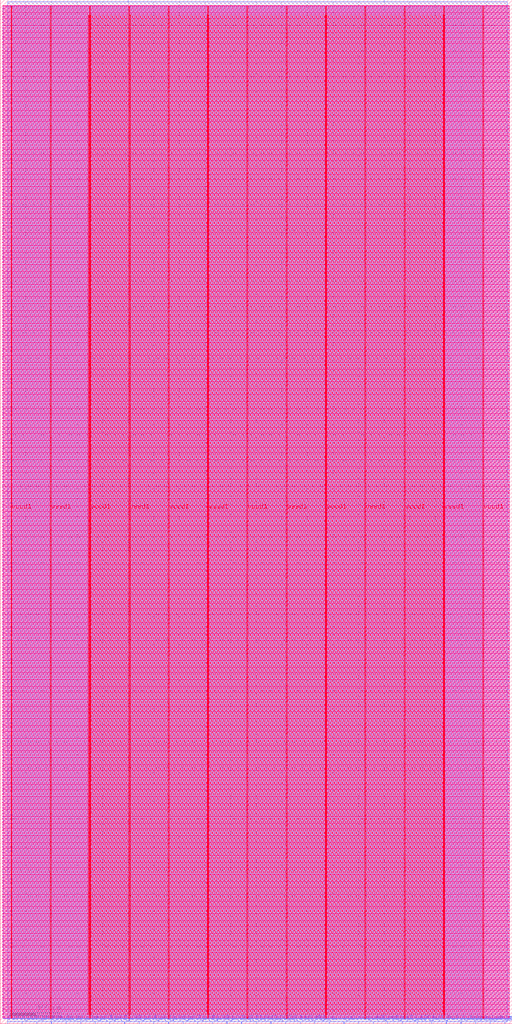
<source format=lef>
VERSION 5.7 ;
  NOWIREEXTENSIONATPIN ON ;
  DIVIDERCHAR "/" ;
  BUSBITCHARS "[]" ;
MACRO audiodac
  CLASS BLOCK ;
  FOREIGN audiodac ;
  ORIGIN 0.000 0.000 ;
  SIZE 1000.000 BY 2000.000 ;
  PIN clk_i
    DIRECTION INPUT ;
    USE SIGNAL ;
    PORT
      LAYER met2 ;
        RECT 614.190 0.000 614.470 4.000 ;
    END
  END clk_i
  PIN ds_n_o
    DIRECTION OUTPUT TRISTATE ;
    USE SIGNAL ;
    PORT
      LAYER met2 ;
        RECT 749.890 1996.000 750.170 2000.000 ;
    END
  END ds_n_o
  PIN ds_o
    DIRECTION OUTPUT TRISTATE ;
    USE SIGNAL ;
    PORT
      LAYER met2 ;
        RECT 249.870 1996.000 250.150 2000.000 ;
    END
  END ds_o
  PIN fifo_ack_o
    DIRECTION OUTPUT TRISTATE ;
    USE SIGNAL ;
    PORT
      LAYER met2 ;
        RECT 14.350 0.000 14.630 4.000 ;
    END
  END fifo_ack_o
  PIN fifo_empty_o
    DIRECTION OUTPUT TRISTATE ;
    USE SIGNAL ;
    PORT
      LAYER met2 ;
        RECT 42.870 0.000 43.150 4.000 ;
    END
  END fifo_empty_o
  PIN fifo_full_o
    DIRECTION OUTPUT TRISTATE ;
    USE SIGNAL ;
    PORT
      LAYER met2 ;
        RECT 71.390 0.000 71.670 4.000 ;
    END
  END fifo_full_o
  PIN fifo_i[0]
    DIRECTION INPUT ;
    USE SIGNAL ;
    PORT
      LAYER met2 ;
        RECT 128.430 0.000 128.710 4.000 ;
    END
  END fifo_i[0]
  PIN fifo_i[10]
    DIRECTION INPUT ;
    USE SIGNAL ;
    PORT
      LAYER met2 ;
        RECT 414.090 0.000 414.370 4.000 ;
    END
  END fifo_i[10]
  PIN fifo_i[11]
    DIRECTION INPUT ;
    USE SIGNAL ;
    PORT
      LAYER met2 ;
        RECT 442.610 0.000 442.890 4.000 ;
    END
  END fifo_i[11]
  PIN fifo_i[12]
    DIRECTION INPUT ;
    USE SIGNAL ;
    PORT
      LAYER met2 ;
        RECT 471.130 0.000 471.410 4.000 ;
    END
  END fifo_i[12]
  PIN fifo_i[13]
    DIRECTION INPUT ;
    USE SIGNAL ;
    PORT
      LAYER met2 ;
        RECT 499.650 0.000 499.930 4.000 ;
    END
  END fifo_i[13]
  PIN fifo_i[14]
    DIRECTION INPUT ;
    USE SIGNAL ;
    PORT
      LAYER met2 ;
        RECT 528.630 0.000 528.910 4.000 ;
    END
  END fifo_i[14]
  PIN fifo_i[15]
    DIRECTION INPUT ;
    USE SIGNAL ;
    PORT
      LAYER met2 ;
        RECT 557.150 0.000 557.430 4.000 ;
    END
  END fifo_i[15]
  PIN fifo_i[1]
    DIRECTION INPUT ;
    USE SIGNAL ;
    PORT
      LAYER met2 ;
        RECT 156.950 0.000 157.230 4.000 ;
    END
  END fifo_i[1]
  PIN fifo_i[2]
    DIRECTION INPUT ;
    USE SIGNAL ;
    PORT
      LAYER met2 ;
        RECT 185.470 0.000 185.750 4.000 ;
    END
  END fifo_i[2]
  PIN fifo_i[3]
    DIRECTION INPUT ;
    USE SIGNAL ;
    PORT
      LAYER met2 ;
        RECT 213.990 0.000 214.270 4.000 ;
    END
  END fifo_i[3]
  PIN fifo_i[4]
    DIRECTION INPUT ;
    USE SIGNAL ;
    PORT
      LAYER met2 ;
        RECT 242.510 0.000 242.790 4.000 ;
    END
  END fifo_i[4]
  PIN fifo_i[5]
    DIRECTION INPUT ;
    USE SIGNAL ;
    PORT
      LAYER met2 ;
        RECT 271.490 0.000 271.770 4.000 ;
    END
  END fifo_i[5]
  PIN fifo_i[6]
    DIRECTION INPUT ;
    USE SIGNAL ;
    PORT
      LAYER met2 ;
        RECT 300.010 0.000 300.290 4.000 ;
    END
  END fifo_i[6]
  PIN fifo_i[7]
    DIRECTION INPUT ;
    USE SIGNAL ;
    PORT
      LAYER met2 ;
        RECT 328.530 0.000 328.810 4.000 ;
    END
  END fifo_i[7]
  PIN fifo_i[8]
    DIRECTION INPUT ;
    USE SIGNAL ;
    PORT
      LAYER met2 ;
        RECT 357.050 0.000 357.330 4.000 ;
    END
  END fifo_i[8]
  PIN fifo_i[9]
    DIRECTION INPUT ;
    USE SIGNAL ;
    PORT
      LAYER met2 ;
        RECT 385.570 0.000 385.850 4.000 ;
    END
  END fifo_i[9]
  PIN fifo_rdy_i
    DIRECTION INPUT ;
    USE SIGNAL ;
    PORT
      LAYER met2 ;
        RECT 99.910 0.000 100.190 4.000 ;
    END
  END fifo_rdy_i
  PIN mode_i
    DIRECTION INPUT ;
    USE SIGNAL ;
    PORT
      LAYER met2 ;
        RECT 642.710 0.000 642.990 4.000 ;
    END
  END mode_i
  PIN osr_i[0]
    DIRECTION INPUT ;
    USE SIGNAL ;
    PORT
      LAYER met2 ;
        RECT 785.770 0.000 786.050 4.000 ;
    END
  END osr_i[0]
  PIN osr_i[1]
    DIRECTION INPUT ;
    USE SIGNAL ;
    PORT
      LAYER met2 ;
        RECT 814.290 0.000 814.570 4.000 ;
    END
  END osr_i[1]
  PIN rst_n_i
    DIRECTION INPUT ;
    USE SIGNAL ;
    PORT
      LAYER met2 ;
        RECT 585.670 0.000 585.950 4.000 ;
    END
  END rst_n_i
  PIN tst_fifo_loop_i
    DIRECTION INPUT ;
    USE SIGNAL ;
    PORT
      LAYER met2 ;
        RECT 842.810 0.000 843.090 4.000 ;
    END
  END tst_fifo_loop_i
  PIN tst_sinegen_en_i
    DIRECTION INPUT ;
    USE SIGNAL ;
    PORT
      LAYER met2 ;
        RECT 871.330 0.000 871.610 4.000 ;
    END
  END tst_sinegen_en_i
  PIN tst_sinegen_step_i[0]
    DIRECTION INPUT ;
    USE SIGNAL ;
    PORT
      LAYER met2 ;
        RECT 899.850 0.000 900.130 4.000 ;
    END
  END tst_sinegen_step_i[0]
  PIN tst_sinegen_step_i[1]
    DIRECTION INPUT ;
    USE SIGNAL ;
    PORT
      LAYER met2 ;
        RECT 928.370 0.000 928.650 4.000 ;
    END
  END tst_sinegen_step_i[1]
  PIN tst_sinegen_step_i[2]
    DIRECTION INPUT ;
    USE SIGNAL ;
    PORT
      LAYER met2 ;
        RECT 956.890 0.000 957.170 4.000 ;
    END
  END tst_sinegen_step_i[2]
  PIN tst_sinegen_step_i[3]
    DIRECTION INPUT ;
    USE SIGNAL ;
    PORT
      LAYER met2 ;
        RECT 985.410 0.000 985.690 4.000 ;
    END
  END tst_sinegen_step_i[3]
  PIN vccd1
    DIRECTION INPUT ;
    USE POWER ;
    PORT
      LAYER met4 ;
        RECT 21.040 10.640 22.640 1988.560 ;
    END
    PORT
      LAYER met4 ;
        RECT 174.640 10.640 176.240 1988.560 ;
    END
    PORT
      LAYER met4 ;
        RECT 328.240 10.640 329.840 1988.560 ;
    END
    PORT
      LAYER met4 ;
        RECT 481.840 10.640 483.440 1988.560 ;
    END
    PORT
      LAYER met4 ;
        RECT 635.440 10.640 637.040 1988.560 ;
    END
    PORT
      LAYER met4 ;
        RECT 789.040 10.640 790.640 1988.560 ;
    END
    PORT
      LAYER met4 ;
        RECT 942.640 10.640 944.240 1988.560 ;
    END
  END vccd1
  PIN volume_i[0]
    DIRECTION INPUT ;
    USE SIGNAL ;
    PORT
      LAYER met2 ;
        RECT 671.230 0.000 671.510 4.000 ;
    END
  END volume_i[0]
  PIN volume_i[1]
    DIRECTION INPUT ;
    USE SIGNAL ;
    PORT
      LAYER met2 ;
        RECT 699.750 0.000 700.030 4.000 ;
    END
  END volume_i[1]
  PIN volume_i[2]
    DIRECTION INPUT ;
    USE SIGNAL ;
    PORT
      LAYER met2 ;
        RECT 728.270 0.000 728.550 4.000 ;
    END
  END volume_i[2]
  PIN volume_i[3]
    DIRECTION INPUT ;
    USE SIGNAL ;
    PORT
      LAYER met2 ;
        RECT 756.790 0.000 757.070 4.000 ;
    END
  END volume_i[3]
  PIN vssd1
    DIRECTION INPUT ;
    USE GROUND ;
    PORT
      LAYER met4 ;
        RECT 97.840 10.640 99.440 1988.560 ;
    END
    PORT
      LAYER met4 ;
        RECT 251.440 10.640 253.040 1988.560 ;
    END
    PORT
      LAYER met4 ;
        RECT 405.040 10.640 406.640 1988.560 ;
    END
    PORT
      LAYER met4 ;
        RECT 558.640 10.640 560.240 1988.560 ;
    END
    PORT
      LAYER met4 ;
        RECT 712.240 10.640 713.840 1988.560 ;
    END
    PORT
      LAYER met4 ;
        RECT 865.840 10.640 867.440 1988.560 ;
    END
  END vssd1
  OBS
      LAYER nwell ;
        RECT 5.330 1986.905 994.250 1988.510 ;
        RECT 5.330 1981.465 994.250 1984.295 ;
        RECT 5.330 1976.025 994.250 1978.855 ;
        RECT 5.330 1970.585 994.250 1973.415 ;
        RECT 5.330 1965.145 994.250 1967.975 ;
        RECT 5.330 1959.705 994.250 1962.535 ;
        RECT 5.330 1954.265 994.250 1957.095 ;
        RECT 5.330 1948.825 994.250 1951.655 ;
        RECT 5.330 1943.385 994.250 1946.215 ;
        RECT 5.330 1937.945 994.250 1940.775 ;
        RECT 5.330 1932.505 994.250 1935.335 ;
        RECT 5.330 1927.065 994.250 1929.895 ;
        RECT 5.330 1921.625 994.250 1924.455 ;
        RECT 5.330 1916.185 994.250 1919.015 ;
        RECT 5.330 1910.745 994.250 1913.575 ;
        RECT 5.330 1905.305 994.250 1908.135 ;
        RECT 5.330 1899.865 994.250 1902.695 ;
        RECT 5.330 1894.425 994.250 1897.255 ;
        RECT 5.330 1888.985 994.250 1891.815 ;
        RECT 5.330 1883.545 994.250 1886.375 ;
        RECT 5.330 1878.105 994.250 1880.935 ;
        RECT 5.330 1872.665 994.250 1875.495 ;
        RECT 5.330 1867.225 994.250 1870.055 ;
        RECT 5.330 1861.785 994.250 1864.615 ;
        RECT 5.330 1856.345 994.250 1859.175 ;
        RECT 5.330 1850.905 994.250 1853.735 ;
        RECT 5.330 1845.465 994.250 1848.295 ;
        RECT 5.330 1840.025 994.250 1842.855 ;
        RECT 5.330 1834.585 994.250 1837.415 ;
        RECT 5.330 1829.145 994.250 1831.975 ;
        RECT 5.330 1823.705 994.250 1826.535 ;
        RECT 5.330 1818.265 994.250 1821.095 ;
        RECT 5.330 1812.825 994.250 1815.655 ;
        RECT 5.330 1807.385 994.250 1810.215 ;
        RECT 5.330 1801.945 994.250 1804.775 ;
        RECT 5.330 1796.505 994.250 1799.335 ;
        RECT 5.330 1791.065 994.250 1793.895 ;
        RECT 5.330 1785.625 994.250 1788.455 ;
        RECT 5.330 1780.185 994.250 1783.015 ;
        RECT 5.330 1774.745 994.250 1777.575 ;
        RECT 5.330 1769.305 994.250 1772.135 ;
        RECT 5.330 1763.865 994.250 1766.695 ;
        RECT 5.330 1758.425 994.250 1761.255 ;
        RECT 5.330 1752.985 994.250 1755.815 ;
        RECT 5.330 1747.545 994.250 1750.375 ;
        RECT 5.330 1742.105 994.250 1744.935 ;
        RECT 5.330 1736.665 994.250 1739.495 ;
        RECT 5.330 1731.225 994.250 1734.055 ;
        RECT 5.330 1725.785 994.250 1728.615 ;
        RECT 5.330 1720.345 994.250 1723.175 ;
        RECT 5.330 1714.905 994.250 1717.735 ;
        RECT 5.330 1709.465 994.250 1712.295 ;
        RECT 5.330 1704.025 994.250 1706.855 ;
        RECT 5.330 1698.585 994.250 1701.415 ;
        RECT 5.330 1693.145 994.250 1695.975 ;
        RECT 5.330 1687.705 994.250 1690.535 ;
        RECT 5.330 1682.265 994.250 1685.095 ;
        RECT 5.330 1676.825 994.250 1679.655 ;
        RECT 5.330 1671.385 994.250 1674.215 ;
        RECT 5.330 1665.945 994.250 1668.775 ;
        RECT 5.330 1660.505 994.250 1663.335 ;
        RECT 5.330 1655.065 994.250 1657.895 ;
        RECT 5.330 1649.625 994.250 1652.455 ;
        RECT 5.330 1644.185 994.250 1647.015 ;
        RECT 5.330 1638.745 994.250 1641.575 ;
        RECT 5.330 1633.305 994.250 1636.135 ;
        RECT 5.330 1627.865 994.250 1630.695 ;
        RECT 5.330 1622.425 994.250 1625.255 ;
        RECT 5.330 1616.985 994.250 1619.815 ;
        RECT 5.330 1611.545 994.250 1614.375 ;
        RECT 5.330 1606.105 994.250 1608.935 ;
        RECT 5.330 1600.665 994.250 1603.495 ;
        RECT 5.330 1595.225 994.250 1598.055 ;
        RECT 5.330 1589.785 994.250 1592.615 ;
        RECT 5.330 1584.345 994.250 1587.175 ;
        RECT 5.330 1578.905 994.250 1581.735 ;
        RECT 5.330 1573.465 994.250 1576.295 ;
        RECT 5.330 1568.025 994.250 1570.855 ;
        RECT 5.330 1562.585 994.250 1565.415 ;
        RECT 5.330 1557.145 994.250 1559.975 ;
        RECT 5.330 1551.705 994.250 1554.535 ;
        RECT 5.330 1546.265 994.250 1549.095 ;
        RECT 5.330 1540.825 994.250 1543.655 ;
        RECT 5.330 1535.385 994.250 1538.215 ;
        RECT 5.330 1529.945 994.250 1532.775 ;
        RECT 5.330 1524.505 994.250 1527.335 ;
        RECT 5.330 1519.065 994.250 1521.895 ;
        RECT 5.330 1513.625 994.250 1516.455 ;
        RECT 5.330 1508.185 994.250 1511.015 ;
        RECT 5.330 1502.745 994.250 1505.575 ;
        RECT 5.330 1497.305 994.250 1500.135 ;
        RECT 5.330 1491.865 994.250 1494.695 ;
        RECT 5.330 1486.425 994.250 1489.255 ;
        RECT 5.330 1480.985 994.250 1483.815 ;
        RECT 5.330 1475.545 994.250 1478.375 ;
        RECT 5.330 1470.105 994.250 1472.935 ;
        RECT 5.330 1464.665 994.250 1467.495 ;
        RECT 5.330 1459.225 994.250 1462.055 ;
        RECT 5.330 1453.785 994.250 1456.615 ;
        RECT 5.330 1448.345 994.250 1451.175 ;
        RECT 5.330 1442.905 994.250 1445.735 ;
        RECT 5.330 1437.465 994.250 1440.295 ;
        RECT 5.330 1432.025 994.250 1434.855 ;
        RECT 5.330 1426.585 994.250 1429.415 ;
        RECT 5.330 1421.145 994.250 1423.975 ;
        RECT 5.330 1415.705 994.250 1418.535 ;
        RECT 5.330 1410.265 994.250 1413.095 ;
        RECT 5.330 1404.825 994.250 1407.655 ;
        RECT 5.330 1399.385 994.250 1402.215 ;
        RECT 5.330 1393.945 994.250 1396.775 ;
        RECT 5.330 1388.505 994.250 1391.335 ;
        RECT 5.330 1383.065 994.250 1385.895 ;
        RECT 5.330 1377.625 994.250 1380.455 ;
        RECT 5.330 1372.185 994.250 1375.015 ;
        RECT 5.330 1366.745 994.250 1369.575 ;
        RECT 5.330 1361.305 994.250 1364.135 ;
        RECT 5.330 1355.865 994.250 1358.695 ;
        RECT 5.330 1350.425 994.250 1353.255 ;
        RECT 5.330 1344.985 994.250 1347.815 ;
        RECT 5.330 1339.545 994.250 1342.375 ;
        RECT 5.330 1334.105 994.250 1336.935 ;
        RECT 5.330 1328.665 994.250 1331.495 ;
        RECT 5.330 1323.225 994.250 1326.055 ;
        RECT 5.330 1317.785 994.250 1320.615 ;
        RECT 5.330 1312.345 994.250 1315.175 ;
        RECT 5.330 1306.905 994.250 1309.735 ;
        RECT 5.330 1301.465 994.250 1304.295 ;
        RECT 5.330 1296.025 994.250 1298.855 ;
        RECT 5.330 1290.585 994.250 1293.415 ;
        RECT 5.330 1285.145 994.250 1287.975 ;
        RECT 5.330 1279.705 994.250 1282.535 ;
        RECT 5.330 1274.265 994.250 1277.095 ;
        RECT 5.330 1268.825 994.250 1271.655 ;
        RECT 5.330 1263.385 994.250 1266.215 ;
        RECT 5.330 1257.945 994.250 1260.775 ;
        RECT 5.330 1252.505 994.250 1255.335 ;
        RECT 5.330 1247.065 994.250 1249.895 ;
        RECT 5.330 1241.625 994.250 1244.455 ;
        RECT 5.330 1236.185 994.250 1239.015 ;
        RECT 5.330 1230.745 994.250 1233.575 ;
        RECT 5.330 1225.305 994.250 1228.135 ;
        RECT 5.330 1219.865 994.250 1222.695 ;
        RECT 5.330 1214.425 994.250 1217.255 ;
        RECT 5.330 1208.985 994.250 1211.815 ;
        RECT 5.330 1203.545 994.250 1206.375 ;
        RECT 5.330 1198.105 994.250 1200.935 ;
        RECT 5.330 1192.665 994.250 1195.495 ;
        RECT 5.330 1187.225 994.250 1190.055 ;
        RECT 5.330 1181.785 994.250 1184.615 ;
        RECT 5.330 1176.345 994.250 1179.175 ;
        RECT 5.330 1170.905 994.250 1173.735 ;
        RECT 5.330 1165.465 994.250 1168.295 ;
        RECT 5.330 1160.025 994.250 1162.855 ;
        RECT 5.330 1154.585 994.250 1157.415 ;
        RECT 5.330 1149.145 994.250 1151.975 ;
        RECT 5.330 1143.705 994.250 1146.535 ;
        RECT 5.330 1138.265 994.250 1141.095 ;
        RECT 5.330 1132.825 994.250 1135.655 ;
        RECT 5.330 1127.385 994.250 1130.215 ;
        RECT 5.330 1121.945 994.250 1124.775 ;
        RECT 5.330 1116.505 994.250 1119.335 ;
        RECT 5.330 1111.065 994.250 1113.895 ;
        RECT 5.330 1105.625 994.250 1108.455 ;
        RECT 5.330 1100.185 994.250 1103.015 ;
        RECT 5.330 1094.745 994.250 1097.575 ;
        RECT 5.330 1089.305 994.250 1092.135 ;
        RECT 5.330 1083.865 994.250 1086.695 ;
        RECT 5.330 1078.425 994.250 1081.255 ;
        RECT 5.330 1072.985 994.250 1075.815 ;
        RECT 5.330 1067.545 994.250 1070.375 ;
        RECT 5.330 1062.105 994.250 1064.935 ;
        RECT 5.330 1056.665 994.250 1059.495 ;
        RECT 5.330 1051.225 994.250 1054.055 ;
        RECT 5.330 1045.785 994.250 1048.615 ;
        RECT 5.330 1040.345 994.250 1043.175 ;
        RECT 5.330 1034.905 994.250 1037.735 ;
        RECT 5.330 1029.465 994.250 1032.295 ;
        RECT 5.330 1024.025 994.250 1026.855 ;
        RECT 5.330 1018.585 994.250 1021.415 ;
        RECT 5.330 1013.145 994.250 1015.975 ;
        RECT 5.330 1007.705 994.250 1010.535 ;
        RECT 5.330 1002.265 994.250 1005.095 ;
        RECT 5.330 996.825 994.250 999.655 ;
        RECT 5.330 991.385 994.250 994.215 ;
        RECT 5.330 985.945 994.250 988.775 ;
        RECT 5.330 980.505 994.250 983.335 ;
        RECT 5.330 975.065 994.250 977.895 ;
        RECT 5.330 969.625 994.250 972.455 ;
        RECT 5.330 964.185 994.250 967.015 ;
        RECT 5.330 958.745 994.250 961.575 ;
        RECT 5.330 953.305 994.250 956.135 ;
        RECT 5.330 947.865 994.250 950.695 ;
        RECT 5.330 942.425 994.250 945.255 ;
        RECT 5.330 936.985 994.250 939.815 ;
        RECT 5.330 931.545 994.250 934.375 ;
        RECT 5.330 926.105 994.250 928.935 ;
        RECT 5.330 920.665 994.250 923.495 ;
        RECT 5.330 915.225 994.250 918.055 ;
        RECT 5.330 909.785 994.250 912.615 ;
        RECT 5.330 904.345 994.250 907.175 ;
        RECT 5.330 898.905 994.250 901.735 ;
        RECT 5.330 893.465 994.250 896.295 ;
        RECT 5.330 888.025 994.250 890.855 ;
        RECT 5.330 882.585 994.250 885.415 ;
        RECT 5.330 877.145 994.250 879.975 ;
        RECT 5.330 871.705 994.250 874.535 ;
        RECT 5.330 866.265 994.250 869.095 ;
        RECT 5.330 860.825 994.250 863.655 ;
        RECT 5.330 855.385 994.250 858.215 ;
        RECT 5.330 849.945 994.250 852.775 ;
        RECT 5.330 844.505 994.250 847.335 ;
        RECT 5.330 839.065 994.250 841.895 ;
        RECT 5.330 833.625 994.250 836.455 ;
        RECT 5.330 828.185 994.250 831.015 ;
        RECT 5.330 822.745 994.250 825.575 ;
        RECT 5.330 817.305 994.250 820.135 ;
        RECT 5.330 811.865 994.250 814.695 ;
        RECT 5.330 806.425 994.250 809.255 ;
        RECT 5.330 800.985 994.250 803.815 ;
        RECT 5.330 795.545 994.250 798.375 ;
        RECT 5.330 790.105 994.250 792.935 ;
        RECT 5.330 784.665 994.250 787.495 ;
        RECT 5.330 779.225 994.250 782.055 ;
        RECT 5.330 773.785 994.250 776.615 ;
        RECT 5.330 768.345 994.250 771.175 ;
        RECT 5.330 762.905 994.250 765.735 ;
        RECT 5.330 757.465 994.250 760.295 ;
        RECT 5.330 752.025 994.250 754.855 ;
        RECT 5.330 746.585 994.250 749.415 ;
        RECT 5.330 741.145 994.250 743.975 ;
        RECT 5.330 735.705 994.250 738.535 ;
        RECT 5.330 730.265 994.250 733.095 ;
        RECT 5.330 724.825 994.250 727.655 ;
        RECT 5.330 719.385 994.250 722.215 ;
        RECT 5.330 713.945 994.250 716.775 ;
        RECT 5.330 708.505 994.250 711.335 ;
        RECT 5.330 703.065 994.250 705.895 ;
        RECT 5.330 697.625 994.250 700.455 ;
        RECT 5.330 692.185 994.250 695.015 ;
        RECT 5.330 686.745 994.250 689.575 ;
        RECT 5.330 681.305 994.250 684.135 ;
        RECT 5.330 675.865 994.250 678.695 ;
        RECT 5.330 670.425 994.250 673.255 ;
        RECT 5.330 664.985 994.250 667.815 ;
        RECT 5.330 659.545 994.250 662.375 ;
        RECT 5.330 654.105 994.250 656.935 ;
        RECT 5.330 648.665 994.250 651.495 ;
        RECT 5.330 643.225 994.250 646.055 ;
        RECT 5.330 637.785 994.250 640.615 ;
        RECT 5.330 632.345 994.250 635.175 ;
        RECT 5.330 626.905 994.250 629.735 ;
        RECT 5.330 621.465 994.250 624.295 ;
        RECT 5.330 616.025 994.250 618.855 ;
        RECT 5.330 610.585 994.250 613.415 ;
        RECT 5.330 605.145 994.250 607.975 ;
        RECT 5.330 599.705 994.250 602.535 ;
        RECT 5.330 594.265 994.250 597.095 ;
        RECT 5.330 588.825 994.250 591.655 ;
        RECT 5.330 583.385 994.250 586.215 ;
        RECT 5.330 577.945 994.250 580.775 ;
        RECT 5.330 572.505 994.250 575.335 ;
        RECT 5.330 567.065 994.250 569.895 ;
        RECT 5.330 561.625 994.250 564.455 ;
        RECT 5.330 556.185 994.250 559.015 ;
        RECT 5.330 550.745 994.250 553.575 ;
        RECT 5.330 545.305 994.250 548.135 ;
        RECT 5.330 539.865 994.250 542.695 ;
        RECT 5.330 534.425 994.250 537.255 ;
        RECT 5.330 528.985 994.250 531.815 ;
        RECT 5.330 523.545 994.250 526.375 ;
        RECT 5.330 518.105 994.250 520.935 ;
        RECT 5.330 512.665 994.250 515.495 ;
        RECT 5.330 507.225 994.250 510.055 ;
        RECT 5.330 501.785 994.250 504.615 ;
        RECT 5.330 496.345 994.250 499.175 ;
        RECT 5.330 490.905 994.250 493.735 ;
        RECT 5.330 485.465 994.250 488.295 ;
        RECT 5.330 480.025 994.250 482.855 ;
        RECT 5.330 474.585 994.250 477.415 ;
        RECT 5.330 469.145 994.250 471.975 ;
        RECT 5.330 463.705 994.250 466.535 ;
        RECT 5.330 458.265 994.250 461.095 ;
        RECT 5.330 452.825 994.250 455.655 ;
        RECT 5.330 447.385 994.250 450.215 ;
        RECT 5.330 441.945 994.250 444.775 ;
        RECT 5.330 436.505 994.250 439.335 ;
        RECT 5.330 431.065 994.250 433.895 ;
        RECT 5.330 425.625 994.250 428.455 ;
        RECT 5.330 420.185 994.250 423.015 ;
        RECT 5.330 414.745 994.250 417.575 ;
        RECT 5.330 409.305 994.250 412.135 ;
        RECT 5.330 403.865 994.250 406.695 ;
        RECT 5.330 398.425 994.250 401.255 ;
        RECT 5.330 392.985 994.250 395.815 ;
        RECT 5.330 387.545 994.250 390.375 ;
        RECT 5.330 382.105 994.250 384.935 ;
        RECT 5.330 376.665 994.250 379.495 ;
        RECT 5.330 371.225 994.250 374.055 ;
        RECT 5.330 365.785 994.250 368.615 ;
        RECT 5.330 360.345 994.250 363.175 ;
        RECT 5.330 354.905 994.250 357.735 ;
        RECT 5.330 349.465 994.250 352.295 ;
        RECT 5.330 344.025 994.250 346.855 ;
        RECT 5.330 338.585 994.250 341.415 ;
        RECT 5.330 333.145 994.250 335.975 ;
        RECT 5.330 327.705 994.250 330.535 ;
        RECT 5.330 322.265 994.250 325.095 ;
        RECT 5.330 316.825 994.250 319.655 ;
        RECT 5.330 311.385 994.250 314.215 ;
        RECT 5.330 305.945 994.250 308.775 ;
        RECT 5.330 300.505 994.250 303.335 ;
        RECT 5.330 295.065 994.250 297.895 ;
        RECT 5.330 289.625 994.250 292.455 ;
        RECT 5.330 284.185 994.250 287.015 ;
        RECT 5.330 278.745 994.250 281.575 ;
        RECT 5.330 273.305 994.250 276.135 ;
        RECT 5.330 267.865 994.250 270.695 ;
        RECT 5.330 262.425 994.250 265.255 ;
        RECT 5.330 256.985 994.250 259.815 ;
        RECT 5.330 251.545 994.250 254.375 ;
        RECT 5.330 246.105 994.250 248.935 ;
        RECT 5.330 240.665 994.250 243.495 ;
        RECT 5.330 235.225 994.250 238.055 ;
        RECT 5.330 229.785 994.250 232.615 ;
        RECT 5.330 224.345 994.250 227.175 ;
        RECT 5.330 218.905 994.250 221.735 ;
        RECT 5.330 213.465 994.250 216.295 ;
        RECT 5.330 208.025 994.250 210.855 ;
        RECT 5.330 202.585 994.250 205.415 ;
        RECT 5.330 197.145 994.250 199.975 ;
        RECT 5.330 191.705 994.250 194.535 ;
        RECT 5.330 186.265 994.250 189.095 ;
        RECT 5.330 180.825 994.250 183.655 ;
        RECT 5.330 175.385 994.250 178.215 ;
        RECT 5.330 169.945 994.250 172.775 ;
        RECT 5.330 164.505 994.250 167.335 ;
        RECT 5.330 159.065 994.250 161.895 ;
        RECT 5.330 153.625 994.250 156.455 ;
        RECT 5.330 148.185 994.250 151.015 ;
        RECT 5.330 142.745 994.250 145.575 ;
        RECT 5.330 137.305 994.250 140.135 ;
        RECT 5.330 131.865 994.250 134.695 ;
        RECT 5.330 126.425 994.250 129.255 ;
        RECT 5.330 120.985 994.250 123.815 ;
        RECT 5.330 115.545 994.250 118.375 ;
        RECT 5.330 110.105 994.250 112.935 ;
        RECT 5.330 104.665 994.250 107.495 ;
        RECT 5.330 99.225 994.250 102.055 ;
        RECT 5.330 93.785 994.250 96.615 ;
        RECT 5.330 88.345 994.250 91.175 ;
        RECT 5.330 82.905 994.250 85.735 ;
        RECT 5.330 77.465 994.250 80.295 ;
        RECT 5.330 72.025 994.250 74.855 ;
        RECT 5.330 66.585 994.250 69.415 ;
        RECT 5.330 61.145 994.250 63.975 ;
        RECT 5.330 55.705 994.250 58.535 ;
        RECT 5.330 50.265 994.250 53.095 ;
        RECT 5.330 44.825 994.250 47.655 ;
        RECT 5.330 39.385 994.250 42.215 ;
        RECT 5.330 33.945 994.250 36.775 ;
        RECT 5.330 28.505 994.250 31.335 ;
        RECT 5.330 23.065 994.250 25.895 ;
        RECT 5.330 17.625 994.250 20.455 ;
        RECT 5.330 12.185 994.250 15.015 ;
      LAYER li1 ;
        RECT 5.520 10.795 994.060 1988.405 ;
      LAYER met1 ;
        RECT 5.520 10.240 994.060 1988.560 ;
      LAYER met2 ;
        RECT 14.360 1995.720 249.590 1996.000 ;
        RECT 250.430 1995.720 749.610 1996.000 ;
        RECT 750.450 1995.720 989.820 1996.000 ;
        RECT 14.360 4.280 989.820 1995.720 ;
        RECT 14.910 3.670 42.590 4.280 ;
        RECT 43.430 3.670 71.110 4.280 ;
        RECT 71.950 3.670 99.630 4.280 ;
        RECT 100.470 3.670 128.150 4.280 ;
        RECT 128.990 3.670 156.670 4.280 ;
        RECT 157.510 3.670 185.190 4.280 ;
        RECT 186.030 3.670 213.710 4.280 ;
        RECT 214.550 3.670 242.230 4.280 ;
        RECT 243.070 3.670 271.210 4.280 ;
        RECT 272.050 3.670 299.730 4.280 ;
        RECT 300.570 3.670 328.250 4.280 ;
        RECT 329.090 3.670 356.770 4.280 ;
        RECT 357.610 3.670 385.290 4.280 ;
        RECT 386.130 3.670 413.810 4.280 ;
        RECT 414.650 3.670 442.330 4.280 ;
        RECT 443.170 3.670 470.850 4.280 ;
        RECT 471.690 3.670 499.370 4.280 ;
        RECT 500.210 3.670 528.350 4.280 ;
        RECT 529.190 3.670 556.870 4.280 ;
        RECT 557.710 3.670 585.390 4.280 ;
        RECT 586.230 3.670 613.910 4.280 ;
        RECT 614.750 3.670 642.430 4.280 ;
        RECT 643.270 3.670 670.950 4.280 ;
        RECT 671.790 3.670 699.470 4.280 ;
        RECT 700.310 3.670 727.990 4.280 ;
        RECT 728.830 3.670 756.510 4.280 ;
        RECT 757.350 3.670 785.490 4.280 ;
        RECT 786.330 3.670 814.010 4.280 ;
        RECT 814.850 3.670 842.530 4.280 ;
        RECT 843.370 3.670 871.050 4.280 ;
        RECT 871.890 3.670 899.570 4.280 ;
        RECT 900.410 3.670 928.090 4.280 ;
        RECT 928.930 3.670 956.610 4.280 ;
        RECT 957.450 3.670 985.130 4.280 ;
        RECT 985.970 3.670 989.820 4.280 ;
      LAYER met3 ;
        RECT 21.040 10.715 944.240 1988.485 ;
      LAYER met4 ;
        RECT 171.415 17.175 174.240 1970.465 ;
        RECT 176.640 17.175 251.040 1970.465 ;
        RECT 253.440 17.175 327.840 1970.465 ;
        RECT 330.240 17.175 404.640 1970.465 ;
        RECT 407.040 17.175 481.440 1970.465 ;
        RECT 483.840 17.175 558.240 1970.465 ;
        RECT 560.640 17.175 635.040 1970.465 ;
        RECT 637.440 17.175 711.840 1970.465 ;
        RECT 714.240 17.175 788.640 1970.465 ;
        RECT 791.040 17.175 865.440 1970.465 ;
        RECT 867.840 17.175 868.185 1970.465 ;
  END
END audiodac
END LIBRARY


</source>
